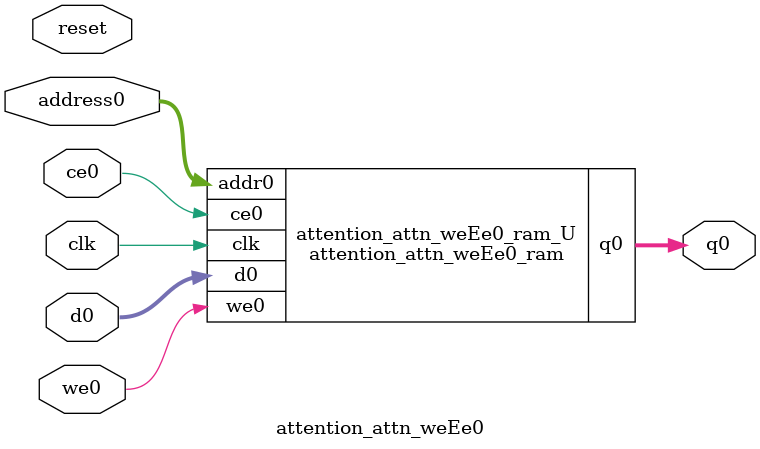
<source format=v>
`timescale 1 ns / 1 ps
module attention_attn_weEe0_ram (addr0, ce0, d0, we0, q0,  clk);

parameter DWIDTH = 40;
parameter AWIDTH = 6;
parameter MEM_SIZE = 48;

input[AWIDTH-1:0] addr0;
input ce0;
input[DWIDTH-1:0] d0;
input we0;
output reg[DWIDTH-1:0] q0;
input clk;

(* ram_style = "block" *)reg [DWIDTH-1:0] ram[0:MEM_SIZE-1];




always @(posedge clk)  
begin 
    if (ce0) begin
        if (we0) 
            ram[addr0] <= d0; 
        q0 <= ram[addr0];
    end
end


endmodule

`timescale 1 ns / 1 ps
module attention_attn_weEe0(
    reset,
    clk,
    address0,
    ce0,
    we0,
    d0,
    q0);

parameter DataWidth = 32'd40;
parameter AddressRange = 32'd48;
parameter AddressWidth = 32'd6;
input reset;
input clk;
input[AddressWidth - 1:0] address0;
input ce0;
input we0;
input[DataWidth - 1:0] d0;
output[DataWidth - 1:0] q0;



attention_attn_weEe0_ram attention_attn_weEe0_ram_U(
    .clk( clk ),
    .addr0( address0 ),
    .ce0( ce0 ),
    .we0( we0 ),
    .d0( d0 ),
    .q0( q0 ));

endmodule


</source>
